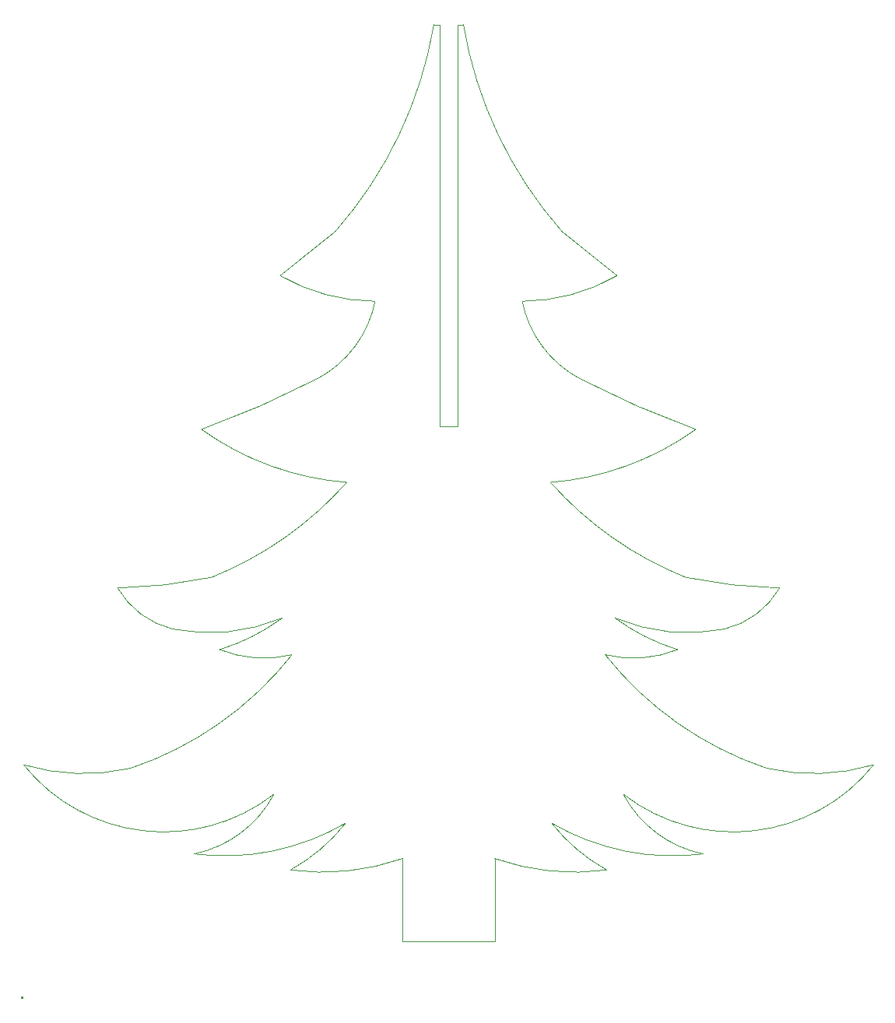
<source format=gbr>
%TF.GenerationSoftware,Altium Limited,Altium Designer,21.2.1 (34)*%
G04 Layer_Color=0*
%FSLAX25Y25*%
%MOIN*%
%TF.SameCoordinates,D824F303-33D3-4EC3-9BEE-61EECA8924FC*%
%TF.FilePolarity,Positive*%
%TF.FileFunction,Profile,NP*%
%TF.Part,Single*%
G01*
G75*
%TA.AperFunction,Profile*%
%ADD23C,0.00100*%
G36*
D02*
D01*
X1000D01*
Y1000D01*
X0D01*
Y0D01*
D02*
G37*
D23*
X984Y100184D02*
G03*
X46787Y98718I25686J86271D01*
G01*
D02*
G03*
X115938Y147323I-47245J140709D01*
G01*
D02*
G02*
X84923Y149549I-12010J49831D01*
G01*
D02*
G03*
X111854Y163131I-26429J85898D01*
G01*
D02*
G02*
X64891Y158352I-31258J74031D01*
G01*
D02*
G02*
X41259Y175933I8743J36424D01*
G01*
D02*
G03*
X81438Y180499I-4689J220314D01*
G01*
D02*
G03*
X139388Y221195I-57564J143577D01*
G01*
D02*
G02*
X77150Y243909I9801J123482D01*
G01*
D02*
G03*
X127081Y265773I-137167J381180D01*
G01*
D02*
G03*
X151528Y298813I-23058J42627D01*
G01*
D02*
G02*
X110882Y309778I218J81618D01*
G01*
D02*
G03*
X134463Y328685I-277409J370150D01*
G01*
D02*
G03*
X176688Y417335I-134195J118299D01*
G01*
X179091Y417323D01*
X179091Y245079D01*
X186965D01*
X186965Y417323D01*
X189356D01*
D02*
G03*
X231593Y328685I176405J29678D01*
G01*
D02*
G03*
X255174Y309778I300985J351236D01*
G01*
D02*
G02*
X214528Y298812I-40864J70652D01*
G01*
D02*
G03*
X238976Y265773I47506J9588D01*
G01*
D02*
G03*
X288906Y243909I187098J359316D01*
G01*
D02*
G02*
X226669Y221195I-72039J100768D01*
G01*
D02*
G03*
X284619Y180499I115514J102881D01*
G01*
D02*
G03*
X324797Y175933I44868J215747D01*
G01*
D02*
G02*
X301166Y158352I-32374J18843D01*
G01*
D02*
G02*
X254202Y163131I-15705J78810D01*
G01*
D02*
G03*
X281133Y149549I53360J72316D01*
G01*
D02*
G02*
X250119Y147323I-19004J47605D01*
G01*
D02*
G03*
X319269Y98718I116396J92104D01*
G01*
D02*
G03*
X365072Y100184I20116J87737D01*
G01*
D02*
G02*
X257831Y87598I-60030J48322D01*
G01*
D02*
G03*
X292056Y62000I44343J23607D01*
G01*
D02*
G02*
X227146Y75199I-13035J102108D01*
G01*
D02*
G03*
X250806Y55110I61461J48412D01*
G01*
D02*
G02*
X202713Y60039I-13798J102461D01*
G01*
Y24606D01*
X163343D01*
Y60039D01*
D02*
G02*
X115250Y55110I-34295J97532D01*
G01*
D02*
G03*
X138910Y75199I-37801J68500D01*
G01*
D02*
G02*
X74000Y62000I-51876J88909D01*
G01*
D02*
G03*
X108225Y87598I-10118J49206D01*
G01*
D02*
G02*
X984Y100184I-47211J60907D01*
G01*
%TF.MD5,955c51106c96b79ee1036b639faadbdd*%
M02*

</source>
